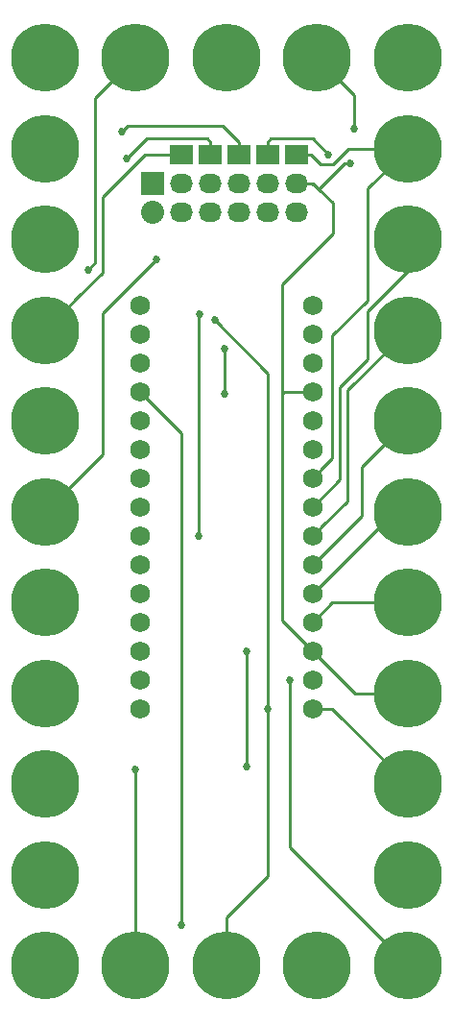
<source format=gbl>
%TF.GenerationSoftware,KiCad,Pcbnew,4.0.7-e2-6376~58~ubuntu16.04.1*%
%TF.CreationDate,2018-02-04T09:09:20-08:00*%
%TF.ProjectId,5x11-Arduino-Nano-Robot-Version,357831312D41726475696E6F2D4E616E,v1.5*%
%TF.FileFunction,Copper,L2,Bot,Signal*%
%FSLAX46Y46*%
G04 Gerber Fmt 4.6, Leading zero omitted, Abs format (unit mm)*
G04 Created by KiCad (PCBNEW 4.0.7-e2-6376~58~ubuntu16.04.1) date Sun Feb  4 09:09:20 2018*
%MOMM*%
%LPD*%
G01*
G04 APERTURE LIST*
%ADD10C,0.350000*%
%ADD11C,1.727200*%
%ADD12C,6.000000*%
%ADD13R,2.032000X1.727200*%
%ADD14O,2.032000X1.727200*%
%ADD15R,2.032000X2.032000*%
%ADD16O,2.032000X2.032000*%
%ADD17C,0.685800*%
%ADD18C,0.254000*%
%ADD19C,0.330200*%
%ADD20C,0.350000*%
G04 APERTURE END LIST*
D10*
D11*
X26822000Y-132653500D03*
X26822000Y-130113500D03*
X26822000Y-127573500D03*
X26822000Y-125033500D03*
X26822000Y-122493500D03*
X26822000Y-119953500D03*
X26822000Y-117413500D03*
X26822000Y-114873500D03*
X26822000Y-112333500D03*
X26822000Y-109793500D03*
X26822000Y-107253500D03*
X26822000Y-104713500D03*
X26822000Y-102173500D03*
X26822000Y-99633500D03*
X11582000Y-99633500D03*
X11582000Y-107253500D03*
X11582000Y-127573500D03*
X11582000Y-112333500D03*
X11582000Y-109793500D03*
X11582000Y-130113500D03*
X11582000Y-122493500D03*
X11582000Y-132653500D03*
X11582000Y-119953500D03*
X11582000Y-117413500D03*
X11582000Y-114873500D03*
X11582000Y-125033500D03*
X11582000Y-102173500D03*
X11582000Y-104713500D03*
D12*
X3175000Y-115315000D03*
X3176000Y-123315000D03*
X3176000Y-139315000D03*
X3176000Y-107315000D03*
X3176000Y-147315000D03*
X3176000Y-131315000D03*
X3175000Y-99315000D03*
X3175000Y-91315000D03*
X3176000Y-155315000D03*
X11175000Y-155315000D03*
X19175000Y-155315000D03*
X27175000Y-155315000D03*
X19175000Y-75315000D03*
X27175000Y-75315000D03*
X3176000Y-75315000D03*
X11175000Y-75315000D03*
X35175000Y-75315000D03*
X35175000Y-91315000D03*
X35175000Y-99315000D03*
X35175000Y-107315000D03*
X35175000Y-115315000D03*
X35175000Y-123315000D03*
X35175000Y-131315000D03*
X35175000Y-139315000D03*
X35175000Y-147315000D03*
X35175000Y-155315000D03*
D11*
X11582000Y-97093500D03*
X26822000Y-97093500D03*
D12*
X3175000Y-83315000D03*
X35175000Y-83315000D03*
D13*
X15240000Y-83820000D03*
D14*
X15240000Y-86360000D03*
X15240000Y-88900000D03*
D13*
X17780000Y-83820000D03*
D14*
X17780000Y-86360000D03*
X17780000Y-88900000D03*
D13*
X22860000Y-83820000D03*
D14*
X22860000Y-86360000D03*
X22860000Y-88900000D03*
D13*
X25400000Y-83820000D03*
D14*
X25400000Y-86360000D03*
X25400000Y-88900000D03*
D13*
X20320000Y-83820000D03*
D14*
X20320000Y-86360000D03*
X20320000Y-88900000D03*
D15*
X12700000Y-86360000D03*
D16*
X12700000Y-88900000D03*
D17*
X19050000Y-104902000D03*
X19050000Y-100965000D03*
X15240000Y-151765000D03*
X10416595Y-84158645D03*
X12997620Y-93047380D03*
X16871120Y-97936880D03*
X9949620Y-81831620D03*
X16764000Y-117413500D03*
X28213090Y-83820000D03*
X24765000Y-130175000D03*
X6985000Y-93980000D03*
X18161000Y-98425000D03*
X22860000Y-132715000D03*
X20955000Y-127635000D03*
X30099000Y-84582000D03*
X30480000Y-81534000D03*
X20955000Y-137795000D03*
X11175000Y-138050000D03*
D18*
X6174999Y-96315001D02*
X3175000Y-99315000D01*
X8274011Y-87588683D02*
X8274011Y-94215989D01*
X12042694Y-83820000D02*
X8274011Y-87588683D01*
X15240000Y-83820000D02*
X12042694Y-83820000D01*
X8274011Y-94215989D02*
X6174999Y-96315001D01*
X19050000Y-100965000D02*
X19050000Y-104902000D01*
X15240000Y-151765000D02*
X15240000Y-108371500D01*
X15240000Y-108371500D02*
X11582000Y-104713500D01*
X17780000Y-83820000D02*
X17780000Y-82702400D01*
X12145841Y-82429399D02*
X10759494Y-83815746D01*
X10759494Y-83815746D02*
X10416595Y-84158645D01*
X17780000Y-82702400D02*
X17506999Y-82429399D01*
X17506999Y-82429399D02*
X12145841Y-82429399D01*
X8255000Y-97790000D02*
X12654721Y-93390279D01*
X8255000Y-110235000D02*
X8255000Y-97790000D01*
X12654721Y-93390279D02*
X12997620Y-93047380D01*
X3175000Y-115315000D02*
X8255000Y-110235000D01*
X16764000Y-98044000D02*
X16871120Y-97936880D01*
X16764000Y-117413500D02*
X16764000Y-98044000D01*
X10292519Y-81488721D02*
X9949620Y-81831620D01*
X20320000Y-82702400D02*
X18897600Y-81280000D01*
X18897600Y-81280000D02*
X10501240Y-81280000D01*
X10501240Y-81280000D02*
X10292519Y-81488721D01*
X20320000Y-83820000D02*
X20320000Y-82702400D01*
X23133001Y-82429399D02*
X26822489Y-82429399D01*
X26822489Y-82429399D02*
X28213090Y-83820000D01*
X22860000Y-83820000D02*
X22860000Y-82702400D01*
X22860000Y-82702400D02*
X23133001Y-82429399D01*
X35175000Y-91315000D02*
X35175000Y-94095038D01*
X35175000Y-94095038D02*
X31647999Y-97622039D01*
X31647999Y-97622039D02*
X31647999Y-101917092D01*
X31647999Y-101917092D02*
X29210001Y-104355090D01*
X29210001Y-112485499D02*
X26822000Y-114873500D01*
X29210001Y-104355090D02*
X29210001Y-112485499D01*
X35175000Y-123315000D02*
X28540500Y-123315000D01*
X28540500Y-123315000D02*
X26822000Y-125033500D01*
X26822000Y-122493500D02*
X34000500Y-115315000D01*
X34000500Y-115315000D02*
X35175000Y-115315000D01*
X31115000Y-111375000D02*
X31115000Y-115660500D01*
X31115000Y-115660500D02*
X26822000Y-119953500D01*
X35175000Y-107315000D02*
X31115000Y-111375000D01*
X26822000Y-132653500D02*
X28513500Y-132653500D01*
X28513500Y-132653500D02*
X35175000Y-139315000D01*
X24765000Y-130175000D02*
X24765000Y-144905000D01*
X24765000Y-144905000D02*
X35175000Y-155315000D01*
X7620000Y-93345000D02*
X7620000Y-78870000D01*
X7620000Y-78870000D02*
X11175000Y-75315000D01*
X6985000Y-93980000D02*
X7620000Y-93345000D01*
X18161000Y-98425000D02*
X22860000Y-103124000D01*
X22860000Y-103124000D02*
X22860000Y-121285000D01*
X22860000Y-132715000D02*
X22860000Y-131445000D01*
X22860000Y-147387360D02*
X22860000Y-132715000D01*
X22860000Y-131445000D02*
X22860000Y-121285000D01*
X19175000Y-155315000D02*
X19175000Y-151072360D01*
X19175000Y-151072360D02*
X22860000Y-147387360D01*
X24130000Y-95250000D02*
X24130000Y-104902000D01*
X24318500Y-104713500D02*
X24130000Y-104902000D01*
X24130000Y-104902000D02*
X24130000Y-124881500D01*
X26822000Y-104713500D02*
X24318500Y-104713500D01*
X20955000Y-131699000D02*
X20955000Y-131445000D01*
X20955000Y-137795000D02*
X20955000Y-131699000D01*
X20955000Y-131699000D02*
X20955000Y-127635000D01*
X26949400Y-86487000D02*
X27432000Y-86969600D01*
X27432000Y-86969600D02*
X28575000Y-88112600D01*
X30099000Y-84582000D02*
X29614067Y-84582000D01*
X29614067Y-84582000D02*
X27432000Y-86764067D01*
X27432000Y-86764067D02*
X27432000Y-86969600D01*
X27175000Y-75315000D02*
X30480000Y-78620000D01*
X30480000Y-78620000D02*
X30480000Y-81534000D01*
X26822400Y-86360000D02*
X26949400Y-86487000D01*
X25400000Y-86360000D02*
X26670000Y-86360000D01*
X26670000Y-86360000D02*
X26797000Y-86487000D01*
X26797000Y-86487000D02*
X26949400Y-86487000D01*
X26822000Y-127573500D02*
X30563500Y-131315000D01*
X30563500Y-131315000D02*
X35175000Y-131315000D01*
X28575000Y-88112600D02*
X28575000Y-90805000D01*
X28575000Y-90805000D02*
X24130000Y-95250000D01*
X24130000Y-124881500D02*
X26822000Y-127573500D01*
X11175000Y-141225000D02*
X11175000Y-138050000D01*
X11175000Y-155315000D02*
X11175000Y-141225000D01*
X28581258Y-84689901D02*
X29956159Y-83315000D01*
X29956159Y-83315000D02*
X35175000Y-83315000D01*
X25400000Y-83820000D02*
X26670000Y-83820000D01*
X26670000Y-83820000D02*
X27539901Y-84689901D01*
X27539901Y-84689901D02*
X28581258Y-84689901D01*
X31647999Y-94361000D02*
X31647999Y-94500543D01*
X28555994Y-99789134D02*
X28555990Y-99789134D01*
X31647999Y-86842001D02*
X31647999Y-94361000D01*
X31647999Y-94361000D02*
X31647999Y-96697129D01*
X31647999Y-96697129D02*
X28555994Y-99789134D01*
X27685599Y-111469901D02*
X26822000Y-112333500D01*
X35175000Y-83315000D02*
X31647999Y-86842001D01*
X28555990Y-99789134D02*
X28555990Y-110599510D01*
X28555990Y-110599510D02*
X27685599Y-111469901D01*
X27685599Y-116549901D02*
X26822000Y-117413500D01*
X29864011Y-114371489D02*
X27685599Y-116549901D01*
X35175000Y-99315000D02*
X29864011Y-104625989D01*
X29864011Y-104625989D02*
X29864011Y-114371489D01*
D19*
X19050000Y-104902000D03*
X19050000Y-100965000D03*
X15240000Y-151765000D03*
X10416595Y-84158645D03*
X12997620Y-93047380D03*
X16871120Y-97936880D03*
X9949620Y-81831620D03*
X16764000Y-117413500D03*
X28213090Y-83820000D03*
X24765000Y-130175000D03*
X6985000Y-93980000D03*
X18161000Y-98425000D03*
X22860000Y-132715000D03*
X20955000Y-127635000D03*
X30099000Y-84582000D03*
X30480000Y-81534000D03*
X20955000Y-137795000D03*
X11175000Y-138050000D03*
D20*
X26822000Y-132653500D03*
X26822000Y-130113500D03*
X26822000Y-127573500D03*
X26822000Y-125033500D03*
X26822000Y-122493500D03*
X26822000Y-119953500D03*
X26822000Y-117413500D03*
X26822000Y-114873500D03*
X26822000Y-112333500D03*
X26822000Y-109793500D03*
X26822000Y-107253500D03*
X26822000Y-104713500D03*
X26822000Y-102173500D03*
X26822000Y-99633500D03*
X11582000Y-99633500D03*
X11582000Y-107253500D03*
X11582000Y-127573500D03*
X11582000Y-112333500D03*
X11582000Y-109793500D03*
X11582000Y-130113500D03*
X11582000Y-122493500D03*
X11582000Y-132653500D03*
X11582000Y-119953500D03*
X11582000Y-117413500D03*
X11582000Y-114873500D03*
X11582000Y-125033500D03*
X11582000Y-102173500D03*
X11582000Y-104713500D03*
X3175000Y-115315000D03*
X3176000Y-123315000D03*
X3176000Y-139315000D03*
X3176000Y-107315000D03*
X3176000Y-147315000D03*
X3176000Y-131315000D03*
X3175000Y-99315000D03*
X3175000Y-91315000D03*
X3176000Y-155315000D03*
X11175000Y-155315000D03*
X19175000Y-155315000D03*
X27175000Y-155315000D03*
X19175000Y-75315000D03*
X27175000Y-75315000D03*
X3176000Y-75315000D03*
X11175000Y-75315000D03*
X35175000Y-75315000D03*
X35175000Y-91315000D03*
X35175000Y-99315000D03*
X35175000Y-107315000D03*
X35175000Y-115315000D03*
X35175000Y-123315000D03*
X35175000Y-131315000D03*
X35175000Y-139315000D03*
X35175000Y-147315000D03*
X35175000Y-155315000D03*
X11582000Y-97093500D03*
X26822000Y-97093500D03*
X3175000Y-83315000D03*
X35175000Y-83315000D03*
X15240000Y-83820000D03*
X15240000Y-86360000D03*
X15240000Y-88900000D03*
X17780000Y-83820000D03*
X17780000Y-86360000D03*
X17780000Y-88900000D03*
X22860000Y-83820000D03*
X22860000Y-86360000D03*
X22860000Y-88900000D03*
X25400000Y-83820000D03*
X25400000Y-86360000D03*
X25400000Y-88900000D03*
X20320000Y-83820000D03*
X20320000Y-86360000D03*
X20320000Y-88900000D03*
X12700000Y-86360000D03*
X12700000Y-88900000D03*
M02*

</source>
